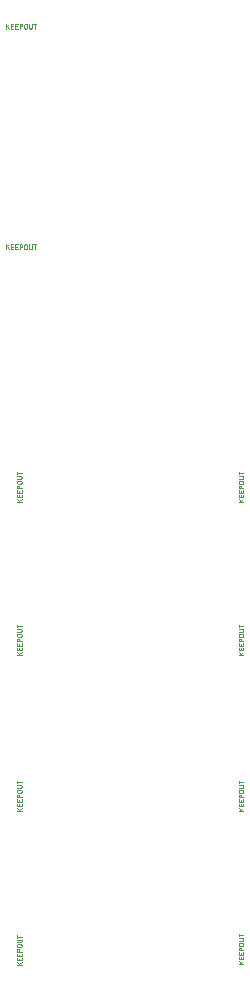
<source format=gbr>
G04 #@! TF.GenerationSoftware,KiCad,Pcbnew,(5.0.1)-4*
G04 #@! TF.CreationDate,2019-03-05T01:35:27-06:00*
G04 #@! TF.ProjectId,VCO,56434F2E6B696361645F706362000000,rev?*
G04 #@! TF.SameCoordinates,Original*
G04 #@! TF.FileFunction,Other,Comment*
%FSLAX46Y46*%
G04 Gerber Fmt 4.6, Leading zero omitted, Abs format (unit mm)*
G04 Created by KiCad (PCBNEW (5.0.1)-4) date 3/5/2019 1:35:27*
%MOMM*%
%LPD*%
G01*
G04 APERTURE LIST*
%ADD10C,0.051000*%
G04 APERTURE END LIST*
G04 #@! TO.C,J9*
D10*
X172262952Y129317904D02*
X171862952Y129317904D01*
X172262952Y129546476D02*
X172034380Y129375047D01*
X171862952Y129546476D02*
X172091523Y129317904D01*
X172053428Y129717904D02*
X172053428Y129851238D01*
X172262952Y129908380D02*
X172262952Y129717904D01*
X171862952Y129717904D01*
X171862952Y129908380D01*
X172053428Y130079809D02*
X172053428Y130213142D01*
X172262952Y130270285D02*
X172262952Y130079809D01*
X171862952Y130079809D01*
X171862952Y130270285D01*
X172262952Y130441714D02*
X171862952Y130441714D01*
X171862952Y130594095D01*
X171882000Y130632190D01*
X171901047Y130651238D01*
X171939142Y130670285D01*
X171996285Y130670285D01*
X172034380Y130651238D01*
X172053428Y130632190D01*
X172072476Y130594095D01*
X172072476Y130441714D01*
X171862952Y130917904D02*
X171862952Y130994095D01*
X171882000Y131032190D01*
X171920095Y131070285D01*
X171996285Y131089333D01*
X172129619Y131089333D01*
X172205809Y131070285D01*
X172243904Y131032190D01*
X172262952Y130994095D01*
X172262952Y130917904D01*
X172243904Y130879809D01*
X172205809Y130841714D01*
X172129619Y130822666D01*
X171996285Y130822666D01*
X171920095Y130841714D01*
X171882000Y130879809D01*
X171862952Y130917904D01*
X171862952Y131260761D02*
X172186761Y131260761D01*
X172224857Y131279809D01*
X172243904Y131298857D01*
X172262952Y131336952D01*
X172262952Y131413142D01*
X172243904Y131451238D01*
X172224857Y131470285D01*
X172186761Y131489333D01*
X171862952Y131489333D01*
X171862952Y131622666D02*
X171862952Y131851238D01*
X172262952Y131736952D02*
X171862952Y131736952D01*
G04 #@! TO.C,J1*
X152177904Y182315047D02*
X152177904Y182715047D01*
X152406476Y182315047D02*
X152235047Y182543619D01*
X152406476Y182715047D02*
X152177904Y182486476D01*
X152577904Y182524571D02*
X152711238Y182524571D01*
X152768380Y182315047D02*
X152577904Y182315047D01*
X152577904Y182715047D01*
X152768380Y182715047D01*
X152939809Y182524571D02*
X153073142Y182524571D01*
X153130285Y182315047D02*
X152939809Y182315047D01*
X152939809Y182715047D01*
X153130285Y182715047D01*
X153301714Y182315047D02*
X153301714Y182715047D01*
X153454095Y182715047D01*
X153492190Y182696000D01*
X153511238Y182676952D01*
X153530285Y182638857D01*
X153530285Y182581714D01*
X153511238Y182543619D01*
X153492190Y182524571D01*
X153454095Y182505523D01*
X153301714Y182505523D01*
X153777904Y182715047D02*
X153854095Y182715047D01*
X153892190Y182696000D01*
X153930285Y182657904D01*
X153949333Y182581714D01*
X153949333Y182448380D01*
X153930285Y182372190D01*
X153892190Y182334095D01*
X153854095Y182315047D01*
X153777904Y182315047D01*
X153739809Y182334095D01*
X153701714Y182372190D01*
X153682666Y182448380D01*
X153682666Y182581714D01*
X153701714Y182657904D01*
X153739809Y182696000D01*
X153777904Y182715047D01*
X154120761Y182715047D02*
X154120761Y182391238D01*
X154139809Y182353142D01*
X154158857Y182334095D01*
X154196952Y182315047D01*
X154273142Y182315047D01*
X154311238Y182334095D01*
X154330285Y182353142D01*
X154349333Y182391238D01*
X154349333Y182715047D01*
X154482666Y182715047D02*
X154711238Y182715047D01*
X154596952Y182315047D02*
X154596952Y182715047D01*
G04 #@! TO.C,J2*
X152177904Y163646047D02*
X152177904Y164046047D01*
X152406476Y163646047D02*
X152235047Y163874619D01*
X152406476Y164046047D02*
X152177904Y163817476D01*
X152577904Y163855571D02*
X152711238Y163855571D01*
X152768380Y163646047D02*
X152577904Y163646047D01*
X152577904Y164046047D01*
X152768380Y164046047D01*
X152939809Y163855571D02*
X153073142Y163855571D01*
X153130285Y163646047D02*
X152939809Y163646047D01*
X152939809Y164046047D01*
X153130285Y164046047D01*
X153301714Y163646047D02*
X153301714Y164046047D01*
X153454095Y164046047D01*
X153492190Y164027000D01*
X153511238Y164007952D01*
X153530285Y163969857D01*
X153530285Y163912714D01*
X153511238Y163874619D01*
X153492190Y163855571D01*
X153454095Y163836523D01*
X153301714Y163836523D01*
X153777904Y164046047D02*
X153854095Y164046047D01*
X153892190Y164027000D01*
X153930285Y163988904D01*
X153949333Y163912714D01*
X153949333Y163779380D01*
X153930285Y163703190D01*
X153892190Y163665095D01*
X153854095Y163646047D01*
X153777904Y163646047D01*
X153739809Y163665095D01*
X153701714Y163703190D01*
X153682666Y163779380D01*
X153682666Y163912714D01*
X153701714Y163988904D01*
X153739809Y164027000D01*
X153777904Y164046047D01*
X154120761Y164046047D02*
X154120761Y163722238D01*
X154139809Y163684142D01*
X154158857Y163665095D01*
X154196952Y163646047D01*
X154273142Y163646047D01*
X154311238Y163665095D01*
X154330285Y163684142D01*
X154349333Y163722238D01*
X154349333Y164046047D01*
X154482666Y164046047D02*
X154711238Y164046047D01*
X154596952Y163646047D02*
X154596952Y164046047D01*
G04 #@! TO.C,J3*
X153472952Y103028904D02*
X153072952Y103028904D01*
X153472952Y103257476D02*
X153244380Y103086047D01*
X153072952Y103257476D02*
X153301523Y103028904D01*
X153263428Y103428904D02*
X153263428Y103562238D01*
X153472952Y103619380D02*
X153472952Y103428904D01*
X153072952Y103428904D01*
X153072952Y103619380D01*
X153263428Y103790809D02*
X153263428Y103924142D01*
X153472952Y103981285D02*
X153472952Y103790809D01*
X153072952Y103790809D01*
X153072952Y103981285D01*
X153472952Y104152714D02*
X153072952Y104152714D01*
X153072952Y104305095D01*
X153092000Y104343190D01*
X153111047Y104362238D01*
X153149142Y104381285D01*
X153206285Y104381285D01*
X153244380Y104362238D01*
X153263428Y104343190D01*
X153282476Y104305095D01*
X153282476Y104152714D01*
X153072952Y104628904D02*
X153072952Y104705095D01*
X153092000Y104743190D01*
X153130095Y104781285D01*
X153206285Y104800333D01*
X153339619Y104800333D01*
X153415809Y104781285D01*
X153453904Y104743190D01*
X153472952Y104705095D01*
X153472952Y104628904D01*
X153453904Y104590809D01*
X153415809Y104552714D01*
X153339619Y104533666D01*
X153206285Y104533666D01*
X153130095Y104552714D01*
X153092000Y104590809D01*
X153072952Y104628904D01*
X153072952Y104971761D02*
X153396761Y104971761D01*
X153434857Y104990809D01*
X153453904Y105009857D01*
X153472952Y105047952D01*
X153472952Y105124142D01*
X153453904Y105162238D01*
X153434857Y105181285D01*
X153396761Y105200333D01*
X153072952Y105200333D01*
X153072952Y105333666D02*
X153072952Y105562238D01*
X153472952Y105447952D02*
X153072952Y105447952D01*
G04 #@! TO.C,J4*
X153472952Y142271904D02*
X153072952Y142271904D01*
X153472952Y142500476D02*
X153244380Y142329047D01*
X153072952Y142500476D02*
X153301523Y142271904D01*
X153263428Y142671904D02*
X153263428Y142805238D01*
X153472952Y142862380D02*
X153472952Y142671904D01*
X153072952Y142671904D01*
X153072952Y142862380D01*
X153263428Y143033809D02*
X153263428Y143167142D01*
X153472952Y143224285D02*
X153472952Y143033809D01*
X153072952Y143033809D01*
X153072952Y143224285D01*
X153472952Y143395714D02*
X153072952Y143395714D01*
X153072952Y143548095D01*
X153092000Y143586190D01*
X153111047Y143605238D01*
X153149142Y143624285D01*
X153206285Y143624285D01*
X153244380Y143605238D01*
X153263428Y143586190D01*
X153282476Y143548095D01*
X153282476Y143395714D01*
X153072952Y143871904D02*
X153072952Y143948095D01*
X153092000Y143986190D01*
X153130095Y144024285D01*
X153206285Y144043333D01*
X153339619Y144043333D01*
X153415809Y144024285D01*
X153453904Y143986190D01*
X153472952Y143948095D01*
X153472952Y143871904D01*
X153453904Y143833809D01*
X153415809Y143795714D01*
X153339619Y143776666D01*
X153206285Y143776666D01*
X153130095Y143795714D01*
X153092000Y143833809D01*
X153072952Y143871904D01*
X153072952Y144214761D02*
X153396761Y144214761D01*
X153434857Y144233809D01*
X153453904Y144252857D01*
X153472952Y144290952D01*
X153472952Y144367142D01*
X153453904Y144405238D01*
X153434857Y144424285D01*
X153396761Y144443333D01*
X153072952Y144443333D01*
X153072952Y144576666D02*
X153072952Y144805238D01*
X153472952Y144690952D02*
X153072952Y144690952D01*
G04 #@! TO.C,J5*
X153472952Y129317904D02*
X153072952Y129317904D01*
X153472952Y129546476D02*
X153244380Y129375047D01*
X153072952Y129546476D02*
X153301523Y129317904D01*
X153263428Y129717904D02*
X153263428Y129851238D01*
X153472952Y129908380D02*
X153472952Y129717904D01*
X153072952Y129717904D01*
X153072952Y129908380D01*
X153263428Y130079809D02*
X153263428Y130213142D01*
X153472952Y130270285D02*
X153472952Y130079809D01*
X153072952Y130079809D01*
X153072952Y130270285D01*
X153472952Y130441714D02*
X153072952Y130441714D01*
X153072952Y130594095D01*
X153092000Y130632190D01*
X153111047Y130651238D01*
X153149142Y130670285D01*
X153206285Y130670285D01*
X153244380Y130651238D01*
X153263428Y130632190D01*
X153282476Y130594095D01*
X153282476Y130441714D01*
X153072952Y130917904D02*
X153072952Y130994095D01*
X153092000Y131032190D01*
X153130095Y131070285D01*
X153206285Y131089333D01*
X153339619Y131089333D01*
X153415809Y131070285D01*
X153453904Y131032190D01*
X153472952Y130994095D01*
X153472952Y130917904D01*
X153453904Y130879809D01*
X153415809Y130841714D01*
X153339619Y130822666D01*
X153206285Y130822666D01*
X153130095Y130841714D01*
X153092000Y130879809D01*
X153072952Y130917904D01*
X153072952Y131260761D02*
X153396761Y131260761D01*
X153434857Y131279809D01*
X153453904Y131298857D01*
X153472952Y131336952D01*
X153472952Y131413142D01*
X153453904Y131451238D01*
X153434857Y131470285D01*
X153396761Y131489333D01*
X153072952Y131489333D01*
X153072952Y131622666D02*
X153072952Y131851238D01*
X153472952Y131736952D02*
X153072952Y131736952D01*
G04 #@! TO.C,J6*
X153472952Y116109904D02*
X153072952Y116109904D01*
X153472952Y116338476D02*
X153244380Y116167047D01*
X153072952Y116338476D02*
X153301523Y116109904D01*
X153263428Y116509904D02*
X153263428Y116643238D01*
X153472952Y116700380D02*
X153472952Y116509904D01*
X153072952Y116509904D01*
X153072952Y116700380D01*
X153263428Y116871809D02*
X153263428Y117005142D01*
X153472952Y117062285D02*
X153472952Y116871809D01*
X153072952Y116871809D01*
X153072952Y117062285D01*
X153472952Y117233714D02*
X153072952Y117233714D01*
X153072952Y117386095D01*
X153092000Y117424190D01*
X153111047Y117443238D01*
X153149142Y117462285D01*
X153206285Y117462285D01*
X153244380Y117443238D01*
X153263428Y117424190D01*
X153282476Y117386095D01*
X153282476Y117233714D01*
X153072952Y117709904D02*
X153072952Y117786095D01*
X153092000Y117824190D01*
X153130095Y117862285D01*
X153206285Y117881333D01*
X153339619Y117881333D01*
X153415809Y117862285D01*
X153453904Y117824190D01*
X153472952Y117786095D01*
X153472952Y117709904D01*
X153453904Y117671809D01*
X153415809Y117633714D01*
X153339619Y117614666D01*
X153206285Y117614666D01*
X153130095Y117633714D01*
X153092000Y117671809D01*
X153072952Y117709904D01*
X153072952Y118052761D02*
X153396761Y118052761D01*
X153434857Y118071809D01*
X153453904Y118090857D01*
X153472952Y118128952D01*
X153472952Y118205142D01*
X153453904Y118243238D01*
X153434857Y118262285D01*
X153396761Y118281333D01*
X153072952Y118281333D01*
X153072952Y118414666D02*
X153072952Y118643238D01*
X153472952Y118528952D02*
X153072952Y118528952D01*
G04 #@! TO.C,J7*
X172262952Y103155904D02*
X171862952Y103155904D01*
X172262952Y103384476D02*
X172034380Y103213047D01*
X171862952Y103384476D02*
X172091523Y103155904D01*
X172053428Y103555904D02*
X172053428Y103689238D01*
X172262952Y103746380D02*
X172262952Y103555904D01*
X171862952Y103555904D01*
X171862952Y103746380D01*
X172053428Y103917809D02*
X172053428Y104051142D01*
X172262952Y104108285D02*
X172262952Y103917809D01*
X171862952Y103917809D01*
X171862952Y104108285D01*
X172262952Y104279714D02*
X171862952Y104279714D01*
X171862952Y104432095D01*
X171882000Y104470190D01*
X171901047Y104489238D01*
X171939142Y104508285D01*
X171996285Y104508285D01*
X172034380Y104489238D01*
X172053428Y104470190D01*
X172072476Y104432095D01*
X172072476Y104279714D01*
X171862952Y104755904D02*
X171862952Y104832095D01*
X171882000Y104870190D01*
X171920095Y104908285D01*
X171996285Y104927333D01*
X172129619Y104927333D01*
X172205809Y104908285D01*
X172243904Y104870190D01*
X172262952Y104832095D01*
X172262952Y104755904D01*
X172243904Y104717809D01*
X172205809Y104679714D01*
X172129619Y104660666D01*
X171996285Y104660666D01*
X171920095Y104679714D01*
X171882000Y104717809D01*
X171862952Y104755904D01*
X171862952Y105098761D02*
X172186761Y105098761D01*
X172224857Y105117809D01*
X172243904Y105136857D01*
X172262952Y105174952D01*
X172262952Y105251142D01*
X172243904Y105289238D01*
X172224857Y105308285D01*
X172186761Y105327333D01*
X171862952Y105327333D01*
X171862952Y105460666D02*
X171862952Y105689238D01*
X172262952Y105574952D02*
X171862952Y105574952D01*
G04 #@! TO.C,J8*
X172262952Y116109904D02*
X171862952Y116109904D01*
X172262952Y116338476D02*
X172034380Y116167047D01*
X171862952Y116338476D02*
X172091523Y116109904D01*
X172053428Y116509904D02*
X172053428Y116643238D01*
X172262952Y116700380D02*
X172262952Y116509904D01*
X171862952Y116509904D01*
X171862952Y116700380D01*
X172053428Y116871809D02*
X172053428Y117005142D01*
X172262952Y117062285D02*
X172262952Y116871809D01*
X171862952Y116871809D01*
X171862952Y117062285D01*
X172262952Y117233714D02*
X171862952Y117233714D01*
X171862952Y117386095D01*
X171882000Y117424190D01*
X171901047Y117443238D01*
X171939142Y117462285D01*
X171996285Y117462285D01*
X172034380Y117443238D01*
X172053428Y117424190D01*
X172072476Y117386095D01*
X172072476Y117233714D01*
X171862952Y117709904D02*
X171862952Y117786095D01*
X171882000Y117824190D01*
X171920095Y117862285D01*
X171996285Y117881333D01*
X172129619Y117881333D01*
X172205809Y117862285D01*
X172243904Y117824190D01*
X172262952Y117786095D01*
X172262952Y117709904D01*
X172243904Y117671809D01*
X172205809Y117633714D01*
X172129619Y117614666D01*
X171996285Y117614666D01*
X171920095Y117633714D01*
X171882000Y117671809D01*
X171862952Y117709904D01*
X171862952Y118052761D02*
X172186761Y118052761D01*
X172224857Y118071809D01*
X172243904Y118090857D01*
X172262952Y118128952D01*
X172262952Y118205142D01*
X172243904Y118243238D01*
X172224857Y118262285D01*
X172186761Y118281333D01*
X171862952Y118281333D01*
X171862952Y118414666D02*
X171862952Y118643238D01*
X172262952Y118528952D02*
X171862952Y118528952D01*
G04 #@! TO.C,J10*
X172262952Y142271904D02*
X171862952Y142271904D01*
X172262952Y142500476D02*
X172034380Y142329047D01*
X171862952Y142500476D02*
X172091523Y142271904D01*
X172053428Y142671904D02*
X172053428Y142805238D01*
X172262952Y142862380D02*
X172262952Y142671904D01*
X171862952Y142671904D01*
X171862952Y142862380D01*
X172053428Y143033809D02*
X172053428Y143167142D01*
X172262952Y143224285D02*
X172262952Y143033809D01*
X171862952Y143033809D01*
X171862952Y143224285D01*
X172262952Y143395714D02*
X171862952Y143395714D01*
X171862952Y143548095D01*
X171882000Y143586190D01*
X171901047Y143605238D01*
X171939142Y143624285D01*
X171996285Y143624285D01*
X172034380Y143605238D01*
X172053428Y143586190D01*
X172072476Y143548095D01*
X172072476Y143395714D01*
X171862952Y143871904D02*
X171862952Y143948095D01*
X171882000Y143986190D01*
X171920095Y144024285D01*
X171996285Y144043333D01*
X172129619Y144043333D01*
X172205809Y144024285D01*
X172243904Y143986190D01*
X172262952Y143948095D01*
X172262952Y143871904D01*
X172243904Y143833809D01*
X172205809Y143795714D01*
X172129619Y143776666D01*
X171996285Y143776666D01*
X171920095Y143795714D01*
X171882000Y143833809D01*
X171862952Y143871904D01*
X171862952Y144214761D02*
X172186761Y144214761D01*
X172224857Y144233809D01*
X172243904Y144252857D01*
X172262952Y144290952D01*
X172262952Y144367142D01*
X172243904Y144405238D01*
X172224857Y144424285D01*
X172186761Y144443333D01*
X171862952Y144443333D01*
X171862952Y144576666D02*
X171862952Y144805238D01*
X172262952Y144690952D02*
X171862952Y144690952D01*
G04 #@! TD*
M02*

</source>
